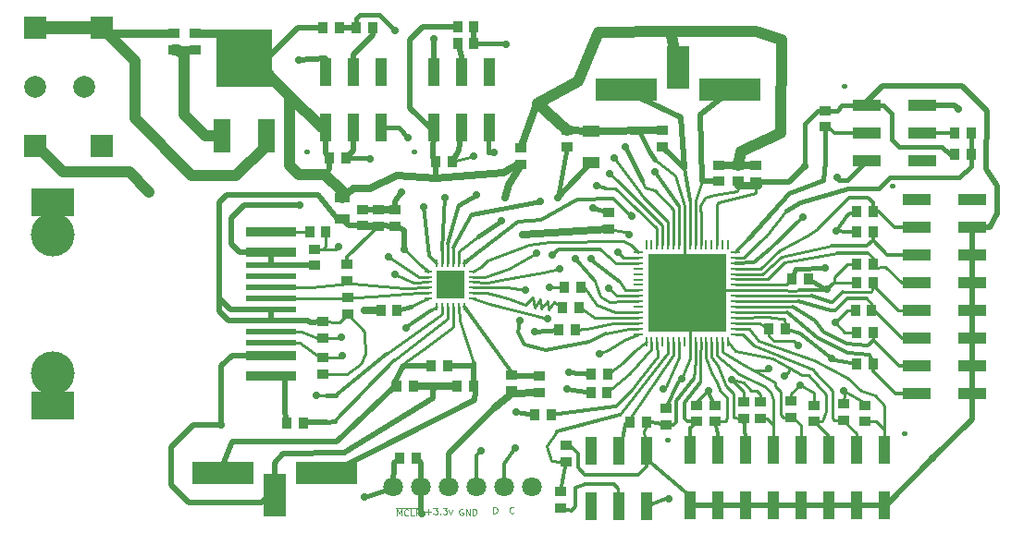
<source format=gtl>
G04 (created by PCBNEW (2013-08-24 BZR 4298)-stable) date Sun 04 May 2014 09:36:58 AM PDT*
%MOIN*%
G04 Gerber Fmt 3.4, Leading zero omitted, Abs format*
%FSLAX34Y34*%
G01*
G70*
G90*
G04 APERTURE LIST*
%ADD10C,0.005906*%
%ADD11C,0.003937*%
%ADD12R,0.035400X0.039400*%
%ADD13R,0.039400X0.035400*%
%ADD14R,0.039000X0.100000*%
%ADD15R,0.100000X0.039000*%
%ADD16R,0.009843X0.033465*%
%ADD17R,0.033465X0.009843*%
%ADD18R,0.281496X0.281496*%
%ADD19C,0.070866*%
%ADD20C,0.078700*%
%ADD21R,0.078700X0.078700*%
%ADD22R,0.181102X0.031890*%
%ADD23R,0.181102X0.024016*%
%ADD24C,0.157480*%
%ADD25R,0.153543X0.098425*%
%ADD26R,0.220472X0.082677*%
%ADD27R,0.082677X0.157480*%
%ADD28R,0.098400X0.098400*%
%ADD29O,0.009800X0.031500*%
%ADD30O,0.031500X0.009800*%
%ADD31C,0.023622*%
%ADD32R,0.059100X0.039400*%
%ADD33R,0.061000X0.039400*%
%ADD34R,0.055000X0.035000*%
%ADD35R,0.060000X0.120000*%
%ADD36R,0.200000X0.210000*%
%ADD37C,0.027559*%
%ADD38C,0.015748*%
%ADD39C,0.019685*%
%ADD40C,0.009843*%
%ADD41C,0.011811*%
%ADD42C,0.039370*%
%ADD43C,0.031496*%
%ADD44C,0.027559*%
%ADD45C,0.047244*%
G04 APERTURE END LIST*
G54D10*
G54D11*
X51549Y-43449D02*
X51549Y-43213D01*
X51605Y-43213D01*
X51639Y-43224D01*
X51661Y-43246D01*
X51673Y-43269D01*
X51684Y-43314D01*
X51684Y-43348D01*
X51673Y-43393D01*
X51661Y-43415D01*
X51639Y-43438D01*
X51605Y-43449D01*
X51549Y-43449D01*
X52280Y-43426D02*
X52269Y-43438D01*
X52235Y-43449D01*
X52213Y-43449D01*
X52179Y-43438D01*
X52156Y-43415D01*
X52145Y-43393D01*
X52134Y-43348D01*
X52134Y-43314D01*
X52145Y-43269D01*
X52156Y-43246D01*
X52179Y-43224D01*
X52213Y-43213D01*
X52235Y-43213D01*
X52269Y-43224D01*
X52280Y-43235D01*
X50442Y-43295D02*
X50419Y-43284D01*
X50385Y-43284D01*
X50352Y-43295D01*
X50329Y-43317D01*
X50318Y-43340D01*
X50307Y-43385D01*
X50307Y-43419D01*
X50318Y-43464D01*
X50329Y-43486D01*
X50352Y-43508D01*
X50385Y-43520D01*
X50408Y-43520D01*
X50442Y-43508D01*
X50453Y-43497D01*
X50453Y-43419D01*
X50408Y-43419D01*
X50554Y-43520D02*
X50554Y-43284D01*
X50689Y-43520D01*
X50689Y-43284D01*
X50802Y-43520D02*
X50802Y-43284D01*
X50858Y-43284D01*
X50892Y-43295D01*
X50914Y-43317D01*
X50925Y-43340D01*
X50937Y-43385D01*
X50937Y-43419D01*
X50925Y-43464D01*
X50914Y-43486D01*
X50892Y-43508D01*
X50858Y-43520D01*
X50802Y-43520D01*
X49113Y-43398D02*
X49293Y-43398D01*
X49203Y-43488D02*
X49203Y-43308D01*
X49383Y-43252D02*
X49529Y-43252D01*
X49451Y-43342D01*
X49484Y-43342D01*
X49507Y-43353D01*
X49518Y-43365D01*
X49529Y-43387D01*
X49529Y-43443D01*
X49518Y-43466D01*
X49507Y-43477D01*
X49484Y-43488D01*
X49417Y-43488D01*
X49394Y-43477D01*
X49383Y-43466D01*
X49631Y-43466D02*
X49642Y-43477D01*
X49631Y-43488D01*
X49619Y-43477D01*
X49631Y-43466D01*
X49631Y-43488D01*
X49721Y-43252D02*
X49867Y-43252D01*
X49788Y-43342D01*
X49822Y-43342D01*
X49844Y-43353D01*
X49856Y-43365D01*
X49867Y-43387D01*
X49867Y-43443D01*
X49856Y-43466D01*
X49844Y-43477D01*
X49822Y-43488D01*
X49754Y-43488D01*
X49732Y-43477D01*
X49721Y-43466D01*
X49946Y-43331D02*
X50002Y-43488D01*
X50058Y-43331D01*
X48077Y-43543D02*
X48077Y-43307D01*
X48156Y-43476D01*
X48235Y-43307D01*
X48235Y-43543D01*
X48482Y-43521D02*
X48471Y-43532D01*
X48437Y-43543D01*
X48415Y-43543D01*
X48381Y-43532D01*
X48358Y-43510D01*
X48347Y-43487D01*
X48336Y-43442D01*
X48336Y-43408D01*
X48347Y-43363D01*
X48358Y-43341D01*
X48381Y-43318D01*
X48415Y-43307D01*
X48437Y-43307D01*
X48471Y-43318D01*
X48482Y-43330D01*
X48696Y-43543D02*
X48583Y-43543D01*
X48583Y-43307D01*
X48910Y-43543D02*
X48831Y-43431D01*
X48775Y-43543D02*
X48775Y-43307D01*
X48865Y-43307D01*
X48887Y-43318D01*
X48898Y-43330D01*
X48910Y-43352D01*
X48910Y-43386D01*
X48898Y-43408D01*
X48887Y-43420D01*
X48865Y-43431D01*
X48775Y-43431D01*
X48021Y-43266D02*
X48955Y-43266D01*
G54D12*
X50847Y-25905D03*
X50255Y-25905D03*
X46004Y-25944D03*
X45412Y-25944D03*
G54D13*
X54173Y-41595D03*
X54173Y-41003D03*
G54D12*
X68760Y-30511D03*
X68168Y-30511D03*
X50847Y-26496D03*
X50255Y-26496D03*
X46593Y-25944D03*
X47185Y-25944D03*
G54D13*
X53976Y-42656D03*
X53976Y-43248D03*
G54D12*
X68760Y-29724D03*
X68168Y-29724D03*
X50059Y-30748D03*
X49467Y-30748D03*
X46240Y-30629D03*
X45648Y-30629D03*
X56475Y-40157D03*
X57067Y-40157D03*
G54D13*
X63503Y-29508D03*
X63503Y-28916D03*
X58858Y-39546D03*
X58858Y-40138D03*
G54D12*
X64625Y-38070D03*
X65217Y-38070D03*
G54D13*
X59527Y-39546D03*
X59527Y-40138D03*
G54D12*
X64625Y-36929D03*
X65217Y-36929D03*
G54D13*
X60551Y-39428D03*
X60551Y-40020D03*
G54D12*
X64585Y-36141D03*
X65177Y-36141D03*
G54D13*
X61181Y-39428D03*
X61181Y-40020D03*
G54D12*
X64625Y-35118D03*
X65217Y-35118D03*
G54D13*
X62283Y-39389D03*
X62283Y-39981D03*
G54D12*
X64625Y-34448D03*
X65217Y-34448D03*
G54D14*
X49393Y-29543D03*
X50393Y-29543D03*
X51393Y-29543D03*
X51393Y-27543D03*
X50393Y-27543D03*
X49393Y-27543D03*
X45496Y-29543D03*
X46496Y-29543D03*
X47496Y-29543D03*
X47496Y-27543D03*
X46496Y-27543D03*
X45496Y-27543D03*
X57062Y-41204D03*
X56062Y-41204D03*
X55062Y-41204D03*
X55062Y-43204D03*
X56062Y-43204D03*
X57062Y-43204D03*
G54D15*
X64984Y-28724D03*
X64984Y-29724D03*
X64984Y-30724D03*
X66984Y-30724D03*
X66984Y-29724D03*
X66984Y-28724D03*
G54D14*
X59625Y-43165D03*
X58625Y-41165D03*
X58625Y-43165D03*
X60625Y-43165D03*
X59625Y-41165D03*
X60625Y-41165D03*
X61625Y-41165D03*
X65625Y-41165D03*
X64625Y-41165D03*
X63625Y-41165D03*
X62625Y-41165D03*
X61625Y-43165D03*
X62625Y-43165D03*
X63625Y-43165D03*
X64625Y-43165D03*
X65625Y-43165D03*
G54D13*
X63110Y-39546D03*
X63110Y-40138D03*
G54D16*
X59807Y-37259D03*
X60003Y-37259D03*
X58625Y-37259D03*
X58822Y-37259D03*
X59216Y-37259D03*
X59019Y-37259D03*
X59610Y-37259D03*
X59413Y-37259D03*
X57838Y-37259D03*
X58035Y-37259D03*
X58429Y-37259D03*
X58232Y-37259D03*
X57444Y-37259D03*
X57641Y-37259D03*
X57248Y-37259D03*
X57051Y-37259D03*
G54D17*
X56775Y-36984D03*
X56775Y-36787D03*
X56775Y-36393D03*
X56775Y-36590D03*
X56775Y-35803D03*
X56775Y-35606D03*
X56775Y-36000D03*
X56775Y-36196D03*
X56775Y-34622D03*
X56775Y-34425D03*
X56775Y-35015D03*
X56775Y-34818D03*
X56775Y-35212D03*
X56775Y-35409D03*
X56775Y-34031D03*
X56775Y-34228D03*
G54D16*
X57051Y-33755D03*
X57248Y-33755D03*
X57641Y-33755D03*
X57444Y-33755D03*
X58232Y-33755D03*
X58429Y-33755D03*
X58035Y-33755D03*
X57838Y-33755D03*
X59413Y-33755D03*
X59610Y-33755D03*
X59019Y-33755D03*
X59216Y-33755D03*
X58822Y-33755D03*
X58625Y-33755D03*
X60003Y-33755D03*
X59807Y-33755D03*
G54D17*
X60279Y-34228D03*
X60279Y-34031D03*
X60279Y-35409D03*
X60279Y-35212D03*
X60279Y-34818D03*
X60279Y-35007D03*
X60279Y-34425D03*
X60279Y-34622D03*
X60279Y-36196D03*
X60279Y-36000D03*
X60279Y-35606D03*
X60279Y-35803D03*
X60279Y-36590D03*
X60279Y-36393D03*
X60279Y-36787D03*
X60279Y-36984D03*
G54D18*
X58527Y-35507D03*
G54D12*
X64625Y-33307D03*
X65217Y-33307D03*
G54D13*
X64173Y-39507D03*
X64173Y-40099D03*
G54D12*
X64625Y-32559D03*
X65217Y-32559D03*
G54D13*
X64921Y-39546D03*
X64921Y-40138D03*
G54D19*
X51925Y-42480D03*
X52925Y-42480D03*
X47933Y-42480D03*
X48933Y-42480D03*
X50929Y-42480D03*
X49929Y-42480D03*
G54D20*
X36811Y-28070D03*
G54D21*
X35039Y-25940D03*
X37441Y-25940D03*
X35039Y-30202D03*
X37441Y-30202D03*
G54D20*
X35039Y-28070D03*
G54D13*
X52519Y-30255D03*
X52519Y-30847D03*
X46850Y-32483D03*
X46850Y-33075D03*
X52216Y-39040D03*
X52216Y-38448D03*
G54D22*
X43523Y-33291D03*
X43523Y-34015D03*
G54D23*
X43523Y-34488D03*
X43523Y-34889D03*
X43523Y-35692D03*
X43523Y-37291D03*
X43523Y-36488D03*
G54D22*
X43523Y-38488D03*
X43523Y-37763D03*
G54D23*
X43523Y-36090D03*
X43523Y-36889D03*
G54D24*
X35681Y-38389D03*
X35681Y-33389D03*
G54D23*
X43523Y-35291D03*
G54D25*
X35681Y-32228D03*
X35681Y-39551D03*
G54D26*
X45531Y-42007D03*
X41791Y-42007D03*
G54D27*
X43661Y-42795D03*
G54D26*
X56318Y-28149D03*
X60059Y-28149D03*
G54D27*
X58188Y-27362D03*
G54D28*
X50003Y-35208D03*
G54D29*
X49511Y-35995D03*
X49708Y-35995D03*
X49905Y-35995D03*
X50101Y-35995D03*
X50298Y-35995D03*
X50495Y-35995D03*
G54D30*
X50790Y-35700D03*
X50790Y-35503D03*
X50790Y-35306D03*
X50790Y-35110D03*
X50790Y-34913D03*
X50790Y-34716D03*
G54D29*
X50495Y-34421D03*
X50298Y-34421D03*
X50101Y-34421D03*
X49905Y-34421D03*
X49708Y-34421D03*
X49511Y-34421D03*
G54D30*
X49216Y-34716D03*
X49216Y-34913D03*
X49216Y-35110D03*
X49216Y-35306D03*
X49216Y-35503D03*
X49216Y-35700D03*
G54D31*
X50003Y-35208D03*
X49703Y-34908D03*
X49703Y-35508D03*
X50303Y-34908D03*
X50303Y-35508D03*
G54D12*
X47491Y-36114D03*
X48083Y-36114D03*
G54D32*
X55072Y-30812D03*
G54D33*
X55076Y-29660D03*
G54D34*
X46094Y-32077D03*
X46094Y-32827D03*
G54D35*
X41759Y-29828D03*
X43359Y-29828D03*
G54D36*
X42559Y-27028D03*
G54D13*
X53188Y-39095D03*
X53188Y-38503D03*
G54D12*
X50827Y-38870D03*
X50235Y-38870D03*
X48070Y-38877D03*
X48662Y-38877D03*
G54D13*
X47996Y-32511D03*
X47996Y-33103D03*
X47409Y-32491D03*
X47409Y-33083D03*
X40039Y-26713D03*
X40039Y-26121D03*
X57755Y-39664D03*
X57755Y-40256D03*
X40787Y-26713D03*
X40787Y-26121D03*
G54D12*
X62067Y-36811D03*
X61475Y-36811D03*
G54D13*
X55704Y-32589D03*
X55704Y-33181D03*
G54D12*
X62894Y-35000D03*
X62302Y-35000D03*
G54D13*
X54212Y-29625D03*
X54212Y-30217D03*
X60996Y-30896D03*
X60996Y-31488D03*
X57637Y-29625D03*
X57637Y-30217D03*
X59665Y-30885D03*
X59665Y-31477D03*
X60374Y-30881D03*
X60374Y-31473D03*
G54D12*
X55666Y-38421D03*
X55074Y-38421D03*
X55650Y-39094D03*
X55058Y-39094D03*
X53642Y-39881D03*
X53050Y-39881D03*
X49310Y-38129D03*
X49902Y-38129D03*
X54685Y-35295D03*
X54093Y-35295D03*
X54626Y-36043D03*
X54034Y-36043D03*
X54492Y-36822D03*
X53900Y-36822D03*
G54D13*
X46283Y-35051D03*
X46283Y-34459D03*
X46291Y-35664D03*
X46291Y-36256D03*
X45385Y-37134D03*
X45385Y-36542D03*
X45405Y-37822D03*
X45405Y-38414D03*
G54D12*
X44693Y-40208D03*
X44101Y-40208D03*
X48168Y-41456D03*
X48760Y-41456D03*
X45516Y-33295D03*
X44924Y-33295D03*
G54D13*
X45106Y-34512D03*
X45106Y-33920D03*
G54D15*
X68795Y-38129D03*
X66795Y-39129D03*
X68795Y-39129D03*
X68795Y-37129D03*
X66795Y-38129D03*
X66795Y-37129D03*
X66795Y-36129D03*
X66795Y-32129D03*
X66795Y-33129D03*
X66795Y-34129D03*
X66795Y-35129D03*
X68795Y-36129D03*
X68795Y-35129D03*
X68795Y-34129D03*
X68795Y-33129D03*
X68795Y-32129D03*
G54D37*
X48976Y-43464D03*
X67381Y-41476D03*
X62519Y-37401D03*
X63502Y-34606D03*
X62755Y-30944D03*
X56417Y-33385D03*
X55712Y-35322D03*
X51968Y-32047D03*
X52598Y-33385D03*
X52685Y-35388D03*
X48334Y-33925D03*
X48389Y-36771D03*
X56535Y-32716D03*
X62716Y-32755D03*
X52503Y-36488D03*
X51822Y-32897D03*
X53937Y-34645D03*
X55381Y-37688D03*
X57874Y-42913D03*
X49409Y-26338D03*
X68307Y-28858D03*
X63897Y-33267D03*
X63858Y-36574D03*
X63740Y-37874D03*
X64173Y-39015D03*
X60118Y-38622D03*
X59291Y-39015D03*
X58346Y-38582D03*
X62598Y-38818D03*
X44527Y-27086D03*
X40393Y-29055D03*
X39133Y-31850D03*
X51614Y-39645D03*
X41744Y-40248D03*
X48228Y-31850D03*
X44574Y-32338D03*
X53149Y-28661D03*
X46889Y-36141D03*
X63582Y-35354D03*
X55118Y-32440D03*
X52322Y-41102D03*
X61456Y-38228D03*
X51102Y-41181D03*
X62047Y-38503D03*
X55275Y-31614D03*
X48464Y-29881D03*
X63937Y-31338D03*
X57362Y-31141D03*
X55748Y-31181D03*
X51574Y-30433D03*
X53031Y-36889D03*
X53110Y-34055D03*
X52362Y-39803D03*
X49035Y-32397D03*
X54200Y-38976D03*
X49814Y-32047D03*
X54275Y-38354D03*
X50944Y-31968D03*
X45960Y-33818D03*
X45165Y-39188D03*
X53484Y-36421D03*
X53562Y-35295D03*
X53858Y-32047D03*
X55078Y-34263D03*
X55905Y-30629D03*
X50826Y-30551D03*
X53661Y-34133D03*
X47086Y-30669D03*
X52007Y-26535D03*
X56299Y-30236D03*
X47992Y-26023D03*
X56023Y-34015D03*
X47783Y-34196D03*
X46074Y-37110D03*
X47984Y-34826D03*
X46114Y-37771D03*
X53228Y-32204D03*
X54507Y-34271D03*
X46889Y-42874D03*
X57677Y-38976D03*
G54D38*
X44842Y-30393D02*
X44803Y-30393D01*
X48700Y-30393D02*
X48661Y-30393D01*
X57834Y-40787D02*
X57795Y-40787D01*
X66377Y-40551D02*
X66338Y-40551D01*
X65944Y-31614D02*
X65905Y-31614D01*
X64173Y-28031D02*
X64212Y-28031D01*
G54D39*
X49393Y-29543D02*
X49267Y-29543D01*
X49015Y-25905D02*
X50255Y-25905D01*
X48543Y-26377D02*
X49015Y-25905D01*
X48543Y-28818D02*
X48543Y-26377D01*
X49267Y-29543D02*
X48543Y-28818D01*
X49393Y-29543D02*
X49354Y-30634D01*
X49354Y-30634D02*
X49467Y-30748D01*
X45412Y-25944D02*
X44488Y-25944D01*
X43404Y-27028D02*
X42559Y-27028D01*
X44488Y-25944D02*
X43404Y-27028D01*
X64984Y-28724D02*
X64984Y-28598D01*
X69429Y-33129D02*
X68795Y-33129D01*
X69685Y-32637D02*
X69429Y-33129D01*
X69685Y-31614D02*
X69685Y-32637D01*
X69309Y-31022D02*
X69685Y-31614D01*
X69330Y-28937D02*
X69309Y-31022D01*
X68425Y-28031D02*
X69330Y-28937D01*
X65551Y-28031D02*
X68425Y-28031D01*
X64984Y-28598D02*
X65551Y-28031D01*
X48933Y-42480D02*
X48933Y-43421D01*
X48933Y-43421D02*
X48976Y-43464D01*
G54D40*
X61475Y-36811D02*
X61475Y-37066D01*
X62519Y-37401D02*
X62362Y-37244D01*
X62362Y-37244D02*
X61653Y-37244D01*
X61653Y-37244D02*
X61475Y-37066D01*
G54D39*
X68795Y-34129D02*
X68795Y-33129D01*
X68795Y-35129D02*
X68795Y-34129D01*
X68795Y-36129D02*
X68795Y-35129D01*
X68795Y-37129D02*
X68795Y-36129D01*
X68795Y-38129D02*
X68795Y-37129D01*
X68795Y-39129D02*
X68795Y-38129D01*
X65625Y-43165D02*
X65692Y-43165D01*
X65692Y-43165D02*
X67381Y-41476D01*
X68795Y-40062D02*
X68795Y-39129D01*
X67381Y-41476D02*
X68795Y-40062D01*
G54D38*
X63503Y-28916D02*
X63248Y-28916D01*
X62755Y-29409D02*
X62755Y-30944D01*
X63248Y-28916D02*
X62755Y-29409D01*
G54D40*
X68168Y-30511D02*
X67992Y-30511D01*
G54D38*
X65614Y-28724D02*
X64984Y-28724D01*
X65905Y-29015D02*
X65614Y-28724D01*
X65905Y-29960D02*
X65905Y-29015D01*
X66181Y-30236D02*
X65905Y-29960D01*
X67716Y-30236D02*
X66181Y-30236D01*
X67992Y-30511D02*
X67716Y-30236D01*
X63503Y-28916D02*
X63918Y-28916D01*
X64110Y-28724D02*
X64984Y-28724D01*
X63918Y-28916D02*
X64110Y-28724D01*
G54D40*
X60279Y-35212D02*
X62089Y-35212D01*
X62089Y-35212D02*
X62302Y-35000D01*
G54D39*
X49467Y-30748D02*
X49476Y-31358D01*
X45648Y-30629D02*
X45648Y-31044D01*
X45648Y-31044D02*
X45472Y-31220D01*
X45496Y-29543D02*
X45496Y-30477D01*
X45496Y-30477D02*
X45648Y-30629D01*
X64625Y-43165D02*
X65625Y-43165D01*
X63625Y-43165D02*
X64625Y-43165D01*
X62625Y-43165D02*
X63625Y-43165D01*
X61625Y-43165D02*
X62625Y-43165D01*
X60625Y-43165D02*
X61625Y-43165D01*
X59625Y-43165D02*
X60625Y-43165D01*
X58625Y-43165D02*
X59625Y-43165D01*
G54D40*
X58818Y-37913D02*
X58779Y-38582D01*
X58822Y-37259D02*
X58818Y-37913D01*
G54D41*
X58050Y-40256D02*
X57755Y-40256D01*
X58149Y-40157D02*
X58050Y-40256D01*
X58149Y-39409D02*
X58149Y-40157D01*
X58779Y-38582D02*
X58149Y-39409D01*
G54D40*
X57067Y-40157D02*
X57244Y-40157D01*
G54D41*
X57440Y-40196D02*
X57755Y-40256D01*
X57244Y-40157D02*
X57440Y-40196D01*
G54D40*
X54173Y-41003D02*
X54310Y-41003D01*
G54D41*
X54310Y-41003D02*
X54606Y-41299D01*
G54D40*
X58625Y-43165D02*
X58625Y-42838D01*
G54D41*
X58625Y-42838D02*
X57062Y-41511D01*
G54D40*
X57067Y-40157D02*
X57125Y-40157D01*
X57125Y-40157D02*
X56968Y-40511D01*
G54D42*
X45496Y-29543D02*
X45370Y-29543D01*
X45370Y-29543D02*
X44212Y-28385D01*
X42559Y-27028D02*
X42855Y-27028D01*
X46094Y-31842D02*
X46094Y-32077D01*
X45472Y-31220D02*
X46094Y-31842D01*
X44527Y-31220D02*
X45472Y-31220D01*
X44212Y-28385D02*
X44212Y-30905D01*
X44212Y-30905D02*
X44527Y-31220D01*
X42855Y-27028D02*
X44212Y-28385D01*
G54D43*
X40787Y-26121D02*
X41652Y-26121D01*
X41652Y-26121D02*
X42559Y-27028D01*
G54D39*
X62211Y-31488D02*
X60996Y-31488D01*
X62755Y-30944D02*
X62211Y-31488D01*
X48933Y-42480D02*
X48933Y-41629D01*
X48933Y-41629D02*
X48760Y-41456D01*
G54D38*
X62302Y-35000D02*
X62440Y-34645D01*
X62440Y-34645D02*
X63502Y-34606D01*
X63502Y-34606D02*
X63503Y-34606D01*
G54D40*
X56775Y-35606D02*
X55996Y-35606D01*
X56483Y-33319D02*
X55704Y-33181D01*
X56417Y-33385D02*
X56483Y-33319D01*
X55996Y-35606D02*
X55712Y-35322D01*
X60279Y-36590D02*
X61118Y-36586D01*
X61118Y-36586D02*
X61460Y-36811D01*
X61460Y-36811D02*
X61475Y-36811D01*
X59610Y-33755D02*
X59610Y-32292D01*
X59610Y-32292D02*
X59611Y-32291D01*
X59019Y-33755D02*
X59019Y-32762D01*
G54D44*
X47085Y-31730D02*
X46511Y-31723D01*
X52484Y-30841D02*
X52519Y-30881D01*
X49457Y-31359D02*
X49476Y-31358D01*
X49476Y-31358D02*
X51894Y-31153D01*
X51894Y-31153D02*
X52484Y-30841D01*
X48070Y-31259D02*
X49457Y-31359D01*
X52519Y-30881D02*
X52094Y-31598D01*
X52094Y-31598D02*
X51968Y-32047D01*
X46511Y-31723D02*
X46094Y-32077D01*
X48070Y-31259D02*
X47085Y-31730D01*
X60996Y-31488D02*
X61098Y-31614D01*
X60381Y-31633D02*
X60374Y-31473D01*
X61098Y-31614D02*
X60543Y-31614D01*
X60543Y-31614D02*
X60381Y-31633D01*
G54D40*
X60996Y-31488D02*
X60990Y-31897D01*
X60990Y-31897D02*
X59657Y-32236D01*
X59657Y-32236D02*
X59611Y-32291D01*
X59611Y-32291D02*
X59611Y-32822D01*
G54D44*
X52598Y-33385D02*
X55704Y-33181D01*
G54D40*
X60374Y-31473D02*
X60421Y-31574D01*
X59015Y-32370D02*
X59169Y-32051D01*
X59169Y-32051D02*
X59492Y-31960D01*
X59020Y-32849D02*
X59019Y-32762D01*
X59019Y-32762D02*
X59015Y-32370D01*
X60421Y-31574D02*
X60326Y-31830D01*
X60326Y-31830D02*
X59492Y-31960D01*
X50790Y-35306D02*
X52031Y-35303D01*
X52031Y-35303D02*
X52685Y-35388D01*
X52598Y-33385D02*
X52531Y-33318D01*
G54D41*
X54842Y-42047D02*
X56771Y-42047D01*
X54606Y-41811D02*
X54842Y-42047D01*
X54606Y-41299D02*
X54606Y-41811D01*
X57062Y-41755D02*
X57062Y-41204D01*
X56771Y-42047D02*
X57062Y-41755D01*
G54D40*
X57062Y-41511D02*
X57062Y-41204D01*
X56968Y-40511D02*
X57062Y-41204D01*
G54D42*
X43359Y-29828D02*
X43359Y-30184D01*
X38622Y-27121D02*
X37441Y-25940D01*
X38622Y-29212D02*
X38622Y-27121D01*
X40669Y-31259D02*
X38622Y-29212D01*
X42283Y-31259D02*
X40669Y-31259D01*
X43359Y-30184D02*
X42283Y-31259D01*
G54D45*
X37441Y-25940D02*
X35039Y-25940D01*
G54D43*
X40039Y-26121D02*
X37621Y-26121D01*
X37621Y-26121D02*
X37441Y-25940D01*
G54D39*
X46850Y-33075D02*
X46342Y-33075D01*
X46342Y-33075D02*
X46094Y-32827D01*
X46094Y-32827D02*
X45894Y-32788D01*
X41657Y-32232D02*
X41657Y-35582D01*
X41940Y-31948D02*
X41657Y-32232D01*
X45232Y-31948D02*
X41940Y-31948D01*
X45894Y-32788D02*
X45232Y-31948D01*
X48334Y-33925D02*
X48334Y-33236D01*
X48334Y-33236D02*
X47996Y-33103D01*
X41657Y-36153D02*
X41657Y-35582D01*
X41657Y-35685D02*
X41657Y-35582D01*
G54D40*
X46916Y-36948D02*
X46916Y-36881D01*
X46255Y-38417D02*
X46771Y-38070D01*
X45405Y-38414D02*
X46255Y-38417D01*
X46916Y-36881D02*
X46291Y-36256D01*
X46771Y-38070D02*
X46943Y-37689D01*
X46943Y-37689D02*
X46916Y-36948D01*
G54D39*
X43523Y-36090D02*
X43523Y-36488D01*
X43523Y-36488D02*
X41992Y-36488D01*
X41992Y-36488D02*
X41657Y-36153D01*
X43523Y-36090D02*
X42062Y-36090D01*
X42062Y-36090D02*
X41657Y-35685D01*
G54D41*
X47409Y-33083D02*
X47086Y-33405D01*
X46283Y-34208D02*
X46283Y-34459D01*
X47086Y-33405D02*
X46283Y-34208D01*
G54D39*
X45385Y-36542D02*
X44936Y-36550D01*
X44874Y-36488D02*
X43523Y-36488D01*
X44936Y-36550D02*
X44874Y-36488D01*
G54D40*
X45385Y-36542D02*
X45997Y-36550D01*
X45997Y-36550D02*
X46291Y-36256D01*
G54D44*
X46862Y-33086D02*
X47409Y-33083D01*
G54D39*
X47409Y-33083D02*
X47437Y-33055D01*
X47437Y-33055D02*
X47996Y-33103D01*
G54D40*
X49216Y-34716D02*
X49085Y-34620D01*
X49085Y-34620D02*
X48985Y-34547D01*
G54D38*
X48365Y-36756D02*
X48365Y-36753D01*
G54D41*
X49299Y-36121D02*
X48365Y-36753D01*
G54D40*
X49511Y-35995D02*
X49299Y-36121D01*
G54D38*
X48389Y-36771D02*
X48365Y-36756D01*
G54D40*
X48985Y-34547D02*
X48334Y-33925D01*
X56775Y-36590D02*
X55866Y-36593D01*
X54905Y-36795D02*
X54492Y-36822D01*
X55866Y-36593D02*
X54905Y-36795D01*
G54D41*
X60944Y-34409D02*
X61535Y-33897D01*
X56511Y-32638D02*
X56511Y-32638D01*
X56535Y-32716D02*
X56511Y-32638D01*
X50495Y-34421D02*
X50704Y-34260D01*
X50704Y-34260D02*
X52421Y-32933D01*
X52421Y-32933D02*
X53251Y-32858D01*
X56429Y-32649D02*
X56511Y-32638D01*
X53251Y-32858D02*
X54566Y-32118D01*
X54566Y-32118D02*
X55866Y-32086D01*
X55866Y-32086D02*
X56429Y-32649D01*
X60944Y-34409D02*
X60279Y-34425D01*
X61535Y-33897D02*
X62716Y-32755D01*
G54D40*
X56236Y-33633D02*
X56491Y-33747D01*
X51110Y-34560D02*
X51333Y-34321D01*
X51333Y-34321D02*
X52844Y-33765D01*
X52844Y-33765D02*
X53578Y-33648D01*
X53578Y-33648D02*
X56236Y-33633D01*
X50790Y-34716D02*
X51110Y-34560D01*
X56491Y-33747D02*
X56775Y-34031D01*
X56775Y-36787D02*
X56433Y-36787D01*
X56433Y-36787D02*
X55604Y-36962D01*
G54D41*
X55604Y-36962D02*
X55011Y-37248D01*
X55011Y-37248D02*
X53417Y-37562D01*
X53417Y-37562D02*
X52661Y-37374D01*
X52661Y-37374D02*
X52429Y-36944D01*
X52429Y-36944D02*
X52503Y-36488D01*
G54D38*
X51822Y-32897D02*
X50984Y-33448D01*
G54D40*
X50303Y-34000D02*
X50298Y-34421D01*
X50303Y-34000D02*
X50984Y-33448D01*
X55192Y-36393D02*
X56775Y-36393D01*
X55192Y-36393D02*
X54763Y-36106D01*
X54626Y-36043D02*
X54763Y-36106D01*
X56775Y-36196D02*
X55933Y-36196D01*
X55925Y-36204D02*
X55265Y-35924D01*
X54807Y-35248D02*
X54685Y-35295D01*
X55265Y-35924D02*
X54807Y-35248D01*
X55933Y-36196D02*
X55925Y-36204D01*
X56775Y-36984D02*
X56271Y-37204D01*
X56271Y-37204D02*
X55724Y-37519D01*
X55381Y-37688D02*
X55731Y-37525D01*
X55724Y-37519D02*
X55731Y-37525D01*
X50790Y-35110D02*
X51346Y-35122D01*
X51346Y-35122D02*
X51830Y-35023D01*
X51830Y-35023D02*
X53338Y-34755D01*
X53338Y-34755D02*
X53937Y-34645D01*
X53937Y-34645D02*
X53944Y-34639D01*
X57248Y-37535D02*
X57244Y-37263D01*
X56755Y-38055D02*
X56421Y-38433D01*
X55650Y-39094D02*
X56421Y-38433D01*
X57248Y-37535D02*
X56755Y-38055D01*
X57244Y-37263D02*
X57248Y-37259D01*
X57452Y-37787D02*
X57441Y-37263D01*
X57441Y-37263D02*
X57444Y-37259D01*
X57452Y-37771D02*
X57452Y-37787D01*
X57452Y-37787D02*
X56830Y-38598D01*
X56830Y-38598D02*
X56543Y-38988D01*
X56543Y-38988D02*
X55944Y-39610D01*
G54D41*
X55944Y-39610D02*
X53642Y-39881D01*
G54D40*
X57051Y-37259D02*
X56622Y-37610D01*
X56622Y-37610D02*
X56196Y-38027D01*
X56196Y-38027D02*
X55666Y-38421D01*
G54D41*
X57062Y-43204D02*
X57850Y-42889D01*
G54D40*
X57850Y-42889D02*
X57874Y-42913D01*
G54D39*
X49393Y-27543D02*
X49393Y-26354D01*
X49393Y-26354D02*
X49409Y-26338D01*
X66984Y-28724D02*
X68173Y-28724D01*
X68173Y-28724D02*
X68307Y-28858D01*
G54D41*
X64625Y-32559D02*
X64344Y-32671D01*
X64330Y-33307D02*
X63897Y-33267D01*
X64330Y-33307D02*
X64625Y-33307D01*
X64344Y-32671D02*
X63897Y-33267D01*
G54D40*
X64625Y-34448D02*
X64291Y-34448D01*
X63818Y-34921D02*
X63818Y-35118D01*
X64291Y-34448D02*
X63818Y-34921D01*
X64625Y-35118D02*
X63818Y-35118D01*
G54D41*
X63818Y-35118D02*
X63582Y-35354D01*
G54D40*
X64585Y-36141D02*
X64291Y-36141D01*
X64212Y-36929D02*
X63858Y-36574D01*
X64212Y-36929D02*
X64625Y-36929D01*
X64291Y-36141D02*
X63858Y-36574D01*
G54D41*
X64625Y-38070D02*
X63681Y-37880D01*
G54D40*
X63681Y-37880D02*
X63740Y-37874D01*
G54D41*
X62067Y-36811D02*
X62598Y-36968D01*
X62598Y-36968D02*
X63740Y-37874D01*
G54D40*
X64173Y-39507D02*
X64212Y-39055D01*
X64921Y-39448D02*
X64173Y-39015D01*
X64921Y-39448D02*
X64921Y-39546D01*
X64212Y-39055D02*
X64173Y-39015D01*
X62283Y-39389D02*
X62283Y-39133D01*
X62283Y-39133D02*
X62598Y-38818D01*
X60118Y-38622D02*
X60551Y-38740D01*
X60551Y-39055D02*
X60118Y-38622D01*
X60551Y-39428D02*
X60551Y-39055D01*
X61181Y-39173D02*
X61181Y-39428D01*
X61023Y-39015D02*
X61181Y-39173D01*
X60826Y-39015D02*
X61023Y-39015D01*
X60551Y-38740D02*
X60826Y-39015D01*
X59291Y-39015D02*
X59291Y-39113D01*
G54D41*
X58858Y-39448D02*
X59291Y-39015D01*
G54D40*
X58858Y-39546D02*
X58858Y-39448D01*
G54D41*
X59291Y-39113D02*
X59527Y-39546D01*
X57755Y-39664D02*
X58188Y-38740D01*
X58188Y-38740D02*
X58346Y-38582D01*
G54D40*
X63110Y-39546D02*
X63110Y-39094D01*
X63110Y-39094D02*
X62598Y-38818D01*
G54D39*
X45496Y-27543D02*
X45496Y-27031D01*
X45496Y-27031D02*
X44527Y-27086D01*
G54D42*
X40393Y-29055D02*
X40393Y-26929D01*
X41166Y-29828D02*
X40393Y-29055D01*
X41759Y-29828D02*
X41166Y-29828D01*
X40177Y-26713D02*
X40039Y-26713D01*
X40393Y-26929D02*
X40177Y-26713D01*
X35039Y-30202D02*
X35084Y-30202D01*
X38425Y-31141D02*
X39133Y-31850D01*
X36023Y-31141D02*
X38425Y-31141D01*
X35084Y-30202D02*
X36023Y-31141D01*
G54D43*
X40039Y-26713D02*
X40787Y-26713D01*
G54D39*
X49929Y-42480D02*
X49921Y-41299D01*
G54D44*
X52171Y-39135D02*
X53188Y-39095D01*
X52143Y-39182D02*
X52171Y-39135D01*
X52143Y-39182D02*
X51614Y-39645D01*
G54D39*
X49921Y-41299D02*
X51614Y-39645D01*
X49371Y-39308D02*
X49371Y-39014D01*
X43661Y-41614D02*
X43976Y-41299D01*
X43976Y-41299D02*
X46171Y-41270D01*
X46171Y-41270D02*
X49371Y-39308D01*
X43661Y-42795D02*
X43661Y-41614D01*
X49371Y-39014D02*
X49507Y-38877D01*
X43661Y-42795D02*
X43464Y-42795D01*
X43464Y-42795D02*
X43188Y-43070D01*
X43188Y-43070D02*
X40551Y-43070D01*
X40551Y-43070D02*
X39921Y-42440D01*
X39921Y-42440D02*
X39921Y-41062D01*
X39921Y-41062D02*
X40736Y-40248D01*
X40736Y-40248D02*
X41744Y-40248D01*
X42125Y-37763D02*
X43523Y-37763D01*
X42125Y-37763D02*
X41744Y-38145D01*
X41744Y-38145D02*
X41744Y-40248D01*
G54D40*
X58429Y-33755D02*
X58429Y-32358D01*
X58429Y-32358D02*
X58110Y-31259D01*
X58110Y-31259D02*
X57362Y-30708D01*
X60279Y-36393D02*
X60681Y-36393D01*
X60681Y-36393D02*
X61141Y-36377D01*
X61141Y-36377D02*
X61535Y-36377D01*
X62066Y-36692D02*
X62067Y-36811D01*
X62066Y-36661D02*
X62066Y-36692D01*
X62047Y-36417D02*
X62066Y-36661D01*
X61539Y-36381D02*
X62047Y-36417D01*
X61535Y-36377D02*
X61539Y-36381D01*
X61911Y-35409D02*
X62413Y-35413D01*
X62413Y-35413D02*
X62559Y-35393D01*
X61911Y-35409D02*
X60279Y-35409D01*
G54D38*
X62894Y-35000D02*
X63582Y-35385D01*
G54D41*
X62559Y-35393D02*
X63582Y-35385D01*
G54D40*
X58626Y-37547D02*
X58622Y-37263D01*
X58622Y-37263D02*
X58625Y-37259D01*
X60279Y-35409D02*
X58625Y-35409D01*
X58625Y-35409D02*
X58527Y-35507D01*
X58625Y-37259D02*
X58625Y-35606D01*
X58625Y-35606D02*
X58527Y-35507D01*
X58429Y-33755D02*
X58429Y-35409D01*
X58429Y-35409D02*
X58527Y-35507D01*
X56850Y-29724D02*
X56062Y-29685D01*
G54D38*
X57362Y-30708D02*
X57165Y-30393D01*
X57165Y-30393D02*
X57125Y-30334D01*
X57125Y-30334D02*
X56850Y-29724D01*
G54D40*
X56062Y-29685D02*
X55076Y-29660D01*
G54D44*
X52519Y-30255D02*
X53110Y-28700D01*
G54D39*
X53110Y-28700D02*
X53149Y-28661D01*
X47409Y-32491D02*
X46858Y-32491D01*
X46858Y-32491D02*
X46850Y-32483D01*
X47996Y-32511D02*
X47996Y-32200D01*
X47996Y-32200D02*
X48228Y-31850D01*
X43523Y-34015D02*
X42389Y-34015D01*
X42389Y-34015D02*
X42106Y-33732D01*
X42106Y-33732D02*
X42106Y-32795D01*
X42106Y-32795D02*
X42562Y-32338D01*
X42562Y-32338D02*
X44574Y-32338D01*
X43523Y-34488D02*
X43523Y-34015D01*
X45106Y-34512D02*
X43547Y-34512D01*
X43547Y-34512D02*
X43523Y-34488D01*
G54D42*
X58188Y-27362D02*
X57946Y-26074D01*
X53149Y-28661D02*
X54606Y-27874D01*
X60452Y-30393D02*
X60374Y-30881D01*
X61889Y-29744D02*
X60452Y-30393D01*
X61929Y-26377D02*
X61889Y-29744D01*
X60984Y-26062D02*
X61929Y-26377D01*
X55334Y-26082D02*
X57946Y-26074D01*
X57946Y-26074D02*
X60984Y-26062D01*
X54606Y-27874D02*
X55334Y-26082D01*
X54212Y-29625D02*
X53149Y-28661D01*
G54D44*
X47491Y-36114D02*
X46889Y-36141D01*
X60996Y-30896D02*
X60374Y-30881D01*
G54D40*
X58626Y-37535D02*
X58626Y-37547D01*
X58626Y-37547D02*
X58622Y-37854D01*
X58622Y-37854D02*
X58523Y-38090D01*
X58523Y-38090D02*
X58354Y-38507D01*
X58354Y-38507D02*
X58346Y-38543D01*
X62894Y-35000D02*
X63582Y-35354D01*
G54D44*
X59665Y-30885D02*
X60374Y-30881D01*
X55076Y-29660D02*
X54212Y-29625D01*
X57637Y-29625D02*
X55076Y-29660D01*
G54D38*
X55704Y-32589D02*
X55118Y-32440D01*
G54D44*
X47996Y-32511D02*
X47596Y-32488D01*
X47596Y-32488D02*
X47409Y-32491D01*
X53188Y-39095D02*
X52216Y-39119D01*
X50235Y-38870D02*
X49584Y-38871D01*
X49584Y-38871D02*
X49507Y-38877D01*
X49507Y-38877D02*
X48662Y-38877D01*
G54D40*
X44924Y-33295D02*
X43527Y-33295D01*
X43527Y-33295D02*
X43523Y-33291D01*
X60942Y-38310D02*
X61374Y-38310D01*
G54D41*
X51925Y-41657D02*
X51925Y-42480D01*
X52322Y-41102D02*
X51925Y-41657D01*
G54D40*
X61374Y-38310D02*
X61456Y-38228D01*
X62283Y-39981D02*
X62343Y-39981D01*
X62625Y-40263D02*
X62625Y-41165D01*
X62343Y-39981D02*
X62625Y-40263D01*
X61692Y-38740D02*
X61692Y-38858D01*
X60572Y-38098D02*
X60942Y-38310D01*
X60942Y-38310D02*
X61692Y-38740D01*
X59807Y-37614D02*
X60572Y-38098D01*
X59807Y-37259D02*
X59807Y-37614D01*
X61988Y-39981D02*
X62283Y-39981D01*
X61889Y-39881D02*
X61988Y-39981D01*
X61889Y-39055D02*
X61889Y-39881D01*
X61692Y-38858D02*
X61889Y-39055D01*
X62214Y-38210D02*
X62214Y-38336D01*
G54D41*
X50929Y-41354D02*
X50929Y-42480D01*
X51102Y-41181D02*
X50929Y-41354D01*
G54D40*
X62214Y-38336D02*
X62047Y-38503D01*
X63625Y-41165D02*
X63625Y-40654D01*
X63625Y-40654D02*
X63110Y-40138D01*
X63110Y-40138D02*
X63404Y-40138D01*
X62914Y-38465D02*
X63543Y-39173D01*
X62914Y-38465D02*
X62671Y-38465D01*
X63543Y-39763D02*
X63543Y-39173D01*
X63404Y-40138D02*
X63543Y-39763D01*
X60003Y-37259D02*
X60275Y-37598D01*
X61614Y-37874D02*
X62214Y-38210D01*
X62214Y-38210D02*
X62671Y-38465D01*
X62671Y-38465D02*
X62677Y-38464D01*
X60275Y-37598D02*
X61614Y-37874D01*
G54D38*
X47496Y-29543D02*
X48125Y-29543D01*
G54D40*
X57444Y-33153D02*
X57444Y-33755D01*
X55944Y-31732D02*
X57444Y-33153D01*
X55590Y-31732D02*
X55944Y-31732D01*
G54D41*
X55275Y-31614D02*
X55590Y-31732D01*
G54D38*
X48125Y-29543D02*
X48464Y-29881D01*
G54D40*
X58232Y-33755D02*
X58228Y-32362D01*
G54D38*
X64291Y-31417D02*
X64984Y-30724D01*
X64015Y-31417D02*
X64291Y-31417D01*
G54D40*
X63937Y-31338D02*
X64015Y-31417D01*
G54D41*
X58228Y-32362D02*
X57362Y-31141D01*
G54D40*
X57641Y-33074D02*
X55984Y-31417D01*
X55984Y-31417D02*
X55748Y-31181D01*
X57641Y-33755D02*
X57641Y-33074D01*
X51377Y-29559D02*
X51393Y-29543D01*
G54D38*
X51377Y-30433D02*
X51377Y-29559D01*
X51574Y-30433D02*
X51377Y-30433D01*
G54D39*
X49902Y-38129D02*
X50826Y-38129D01*
X50826Y-38129D02*
X50826Y-38129D01*
G54D40*
X50827Y-38870D02*
X50911Y-39058D01*
X50298Y-35995D02*
X50346Y-36492D01*
X50346Y-36492D02*
X50825Y-38036D01*
G54D38*
X50825Y-38036D02*
X50826Y-38129D01*
G54D39*
X50834Y-38940D02*
X50911Y-39058D01*
X50826Y-38129D02*
X50834Y-38940D01*
X50911Y-39058D02*
X50866Y-39370D01*
X50866Y-39370D02*
X45661Y-41993D01*
G54D40*
X50790Y-34913D02*
X51248Y-34917D01*
G54D38*
X53031Y-36889D02*
X53900Y-36822D01*
G54D40*
X52094Y-34614D02*
X53110Y-34055D01*
X51248Y-34917D02*
X52094Y-34614D01*
G54D39*
X49310Y-38129D02*
X48284Y-38129D01*
G54D40*
X47960Y-38881D02*
X48070Y-38877D01*
X50101Y-35995D02*
X50098Y-36732D01*
X48334Y-38027D02*
X48284Y-38129D01*
X50098Y-36732D02*
X49181Y-37444D01*
X49181Y-37444D02*
X48334Y-38027D01*
G54D39*
X47969Y-38771D02*
X47960Y-38881D01*
X48284Y-38129D02*
X47969Y-38771D01*
X47960Y-38881D02*
X45905Y-40866D01*
X45905Y-40866D02*
X42126Y-40866D01*
X42126Y-40866D02*
X41661Y-42031D01*
G54D38*
X53050Y-39881D02*
X52362Y-39803D01*
G54D41*
X49035Y-32397D02*
X49232Y-34169D01*
G54D40*
X49232Y-34169D02*
X49511Y-34421D01*
G54D38*
X55058Y-39094D02*
X54200Y-38976D01*
G54D41*
X49814Y-32047D02*
X49696Y-33976D01*
G54D40*
X49696Y-33976D02*
X49708Y-34421D01*
G54D38*
X55074Y-38421D02*
X54275Y-38354D01*
X50944Y-31968D02*
X50311Y-32338D01*
G54D41*
X50311Y-32338D02*
X49913Y-33736D01*
G54D40*
X49913Y-33736D02*
X49913Y-33735D01*
X49905Y-34421D02*
X49913Y-33735D01*
X49913Y-33735D02*
X49913Y-33714D01*
G54D39*
X45531Y-40161D02*
X44740Y-40161D01*
G54D38*
X45531Y-40161D02*
X45826Y-40137D01*
G54D40*
X49905Y-35995D02*
X49901Y-36437D01*
G54D41*
X47976Y-37934D02*
X45826Y-40137D01*
G54D40*
X49901Y-36437D02*
X47976Y-37934D01*
X44740Y-40161D02*
X44693Y-40208D01*
X45527Y-39199D02*
X45175Y-39199D01*
X49708Y-35995D02*
X49704Y-36259D01*
G54D38*
X45878Y-39197D02*
X45527Y-39199D01*
G54D41*
X47716Y-37688D02*
X45878Y-39197D01*
G54D40*
X49704Y-36259D02*
X47716Y-37688D01*
X45858Y-33920D02*
X45106Y-33920D01*
X45960Y-33818D02*
X45858Y-33920D01*
X45175Y-39199D02*
X45165Y-39188D01*
X45516Y-33295D02*
X45516Y-33810D01*
X45406Y-33920D02*
X45106Y-33920D01*
X45516Y-33810D02*
X45406Y-33920D01*
X49216Y-35700D02*
X48885Y-35834D01*
X48885Y-35834D02*
X48562Y-35988D01*
G54D38*
X48562Y-35988D02*
X48083Y-36114D01*
G54D40*
X50790Y-35503D02*
X51285Y-35497D01*
X51285Y-35497D02*
X51685Y-35588D01*
X51685Y-35588D02*
X52078Y-35712D01*
X52078Y-35712D02*
X52716Y-35933D01*
X52716Y-35933D02*
X52956Y-35677D01*
X52956Y-35677D02*
X53019Y-36019D01*
X53019Y-36019D02*
X53220Y-35732D01*
X53220Y-35732D02*
X53275Y-36051D01*
X53275Y-36051D02*
X53500Y-35795D01*
X53500Y-35795D02*
X53531Y-36086D01*
X53531Y-36086D02*
X53732Y-35818D01*
X53732Y-35818D02*
X54034Y-36043D01*
X53562Y-35295D02*
X54093Y-35295D01*
X50790Y-35700D02*
X51413Y-35881D01*
X51413Y-35881D02*
X53484Y-36421D01*
X58626Y-32849D02*
X58626Y-33755D01*
G54D41*
X58429Y-31003D02*
X58629Y-32173D01*
G54D40*
X58626Y-32849D02*
X58629Y-32173D01*
X58626Y-33755D02*
X58625Y-33755D01*
G54D39*
X57637Y-30217D02*
X58429Y-31003D01*
X58429Y-31003D02*
X58307Y-29173D01*
X58307Y-29173D02*
X56188Y-28163D01*
X53188Y-38503D02*
X52271Y-38503D01*
X52271Y-38503D02*
X52216Y-38448D01*
G54D41*
X50665Y-36229D02*
X52216Y-38369D01*
X50495Y-35995D02*
X50665Y-36229D01*
G54D40*
X56775Y-35409D02*
X56314Y-35409D01*
X56314Y-35409D02*
X56090Y-35106D01*
X55133Y-34362D02*
X55078Y-34263D01*
G54D41*
X56084Y-35112D02*
X55133Y-34362D01*
G54D40*
X56090Y-35106D02*
X56084Y-35112D01*
G54D38*
X53858Y-32047D02*
X54212Y-30217D01*
G54D39*
X53858Y-32047D02*
X55072Y-30812D01*
G54D40*
X58822Y-33755D02*
X58822Y-32169D01*
G54D39*
X59665Y-31477D02*
X59082Y-31476D01*
X59082Y-31476D02*
X59082Y-31476D01*
G54D40*
X58823Y-32849D02*
X58822Y-32169D01*
X58822Y-32169D02*
X59082Y-31476D01*
G54D39*
X59082Y-31476D02*
X59015Y-29055D01*
X59015Y-29055D02*
X60188Y-28125D01*
X50393Y-27543D02*
X50393Y-27244D01*
X50393Y-26968D02*
X50255Y-26496D01*
X50393Y-27244D02*
X50393Y-26968D01*
X47185Y-25944D02*
X47185Y-26200D01*
X46496Y-26889D02*
X46496Y-27543D01*
X47185Y-26200D02*
X46496Y-26889D01*
G54D41*
X53976Y-43248D02*
X54370Y-43346D01*
X54370Y-43346D02*
X54488Y-43188D01*
G54D40*
X56023Y-42559D02*
X56062Y-43204D01*
G54D41*
X55905Y-42401D02*
X56023Y-42559D01*
X54881Y-42401D02*
X55905Y-42401D01*
X54488Y-42519D02*
X54881Y-42401D01*
X54488Y-43188D02*
X54488Y-42519D01*
X68168Y-29724D02*
X66984Y-29724D01*
X63700Y-36141D02*
X63858Y-36141D01*
X62535Y-35803D02*
X63700Y-36141D01*
G54D40*
X60279Y-35803D02*
X62535Y-35803D01*
X65177Y-35886D02*
X65177Y-36141D01*
X65000Y-35708D02*
X65177Y-35886D01*
G54D41*
X64291Y-35708D02*
X65000Y-35708D01*
X63858Y-36141D02*
X64291Y-35708D01*
G54D40*
X65177Y-36141D02*
X65275Y-36141D01*
X66263Y-37129D02*
X66795Y-37129D01*
X65275Y-36141D02*
X66263Y-37129D01*
X65217Y-35118D02*
X65217Y-35217D01*
X66129Y-36129D02*
X66795Y-36129D01*
X65217Y-35217D02*
X66129Y-36129D01*
X63700Y-35826D02*
X63779Y-35826D01*
G54D41*
X63007Y-35606D02*
X63700Y-35826D01*
G54D40*
X60279Y-35606D02*
X63007Y-35606D01*
X65157Y-35472D02*
X65275Y-35157D01*
X64133Y-35472D02*
X65157Y-35472D01*
G54D41*
X63779Y-35826D02*
X64133Y-35472D01*
X63937Y-34055D02*
X65039Y-34055D01*
G54D40*
X61448Y-35007D02*
X62047Y-34409D01*
X62047Y-34409D02*
X63937Y-34055D01*
X60279Y-35007D02*
X61448Y-35007D01*
X65217Y-34233D02*
X65217Y-34448D01*
X65039Y-34055D02*
X65217Y-34233D01*
X66795Y-35129D02*
X66271Y-35129D01*
X65217Y-34587D02*
X65217Y-34448D01*
X66271Y-35129D02*
X65669Y-34566D01*
X65669Y-34566D02*
X65217Y-34587D01*
X60279Y-34818D02*
X61244Y-34818D01*
G54D41*
X65217Y-33601D02*
X65217Y-33307D01*
X65000Y-33779D02*
X65217Y-33601D01*
G54D40*
X61928Y-34208D02*
X63740Y-33779D01*
G54D41*
X63740Y-33779D02*
X65000Y-33779D01*
G54D40*
X61244Y-34818D02*
X61928Y-34208D01*
G54D41*
X66795Y-34129D02*
X65744Y-34129D01*
G54D40*
X65217Y-33603D02*
X65217Y-33307D01*
G54D41*
X65744Y-34129D02*
X65217Y-33603D01*
G54D40*
X62864Y-33428D02*
X63267Y-33149D01*
X61165Y-34622D02*
X61862Y-33972D01*
X61862Y-33972D02*
X62864Y-33428D01*
X60279Y-34622D02*
X61165Y-34622D01*
G54D41*
X65217Y-32225D02*
X65217Y-32559D01*
X65039Y-32047D02*
X65217Y-32225D01*
X64370Y-32047D02*
X65039Y-32047D01*
X63267Y-33149D02*
X64370Y-32047D01*
G54D40*
X65217Y-32559D02*
X65433Y-32559D01*
G54D41*
X66003Y-33129D02*
X66795Y-33129D01*
X65433Y-32559D02*
X66003Y-33129D01*
G54D40*
X61299Y-38858D02*
X61524Y-39058D01*
X61625Y-39370D02*
X61625Y-41165D01*
X61524Y-39058D02*
X61625Y-39370D01*
X61181Y-40020D02*
X61398Y-40020D01*
X61625Y-40248D02*
X61625Y-41165D01*
X61398Y-40020D02*
X61625Y-40248D01*
X59610Y-37259D02*
X59610Y-37759D01*
X60393Y-38425D02*
X61299Y-38858D01*
X61299Y-38858D02*
X61284Y-38852D01*
X59610Y-37759D02*
X60393Y-38425D01*
G54D41*
X60551Y-40020D02*
X60669Y-41122D01*
G54D40*
X60669Y-41122D02*
X60625Y-41165D01*
X60196Y-39133D02*
X60196Y-40000D01*
X59618Y-38142D02*
X59921Y-38858D01*
X59921Y-38858D02*
X60196Y-39133D01*
X60433Y-40039D02*
X60472Y-40000D01*
X60196Y-40000D02*
X60433Y-40039D01*
X59411Y-37795D02*
X59618Y-38142D01*
X59618Y-38142D02*
X59618Y-38142D01*
X59413Y-37259D02*
X59413Y-37259D01*
X59413Y-37259D02*
X59411Y-37795D01*
G54D41*
X59527Y-40138D02*
X59724Y-41066D01*
G54D40*
X59724Y-41066D02*
X59625Y-41165D01*
X59584Y-38723D02*
X59724Y-39055D01*
X59409Y-38346D02*
X59584Y-38723D01*
X59216Y-37259D02*
X59212Y-37834D01*
X59212Y-37834D02*
X59409Y-38346D01*
X59921Y-40118D02*
X59527Y-40138D01*
X59960Y-39921D02*
X59921Y-40118D01*
X59960Y-39251D02*
X59960Y-39921D01*
X59724Y-39055D02*
X59960Y-39251D01*
G54D41*
X58625Y-41165D02*
X58625Y-40370D01*
G54D40*
X58625Y-40370D02*
X58858Y-40138D01*
G54D41*
X58425Y-39448D02*
X58425Y-40039D01*
X59015Y-38740D02*
X58425Y-39448D01*
G54D40*
X59019Y-37259D02*
X59015Y-37874D01*
X59015Y-37874D02*
X59015Y-38622D01*
X59015Y-38622D02*
X59015Y-38740D01*
G54D41*
X58524Y-40138D02*
X58858Y-40138D01*
G54D40*
X58425Y-40039D02*
X58524Y-40138D01*
X64173Y-40099D02*
X64173Y-40118D01*
X64625Y-40570D02*
X64625Y-41165D01*
X64173Y-40118D02*
X64625Y-40570D01*
X63076Y-38254D02*
X63150Y-38370D01*
X60279Y-36984D02*
X60527Y-36984D01*
X60944Y-37401D02*
X63076Y-38254D01*
X60527Y-36984D02*
X60944Y-37401D01*
X63839Y-40099D02*
X64173Y-40099D01*
X63779Y-40039D02*
X63839Y-40099D01*
X63779Y-39015D02*
X63779Y-40039D01*
X63150Y-38370D02*
X63779Y-39015D01*
X65625Y-41165D02*
X65625Y-40429D01*
X65335Y-40138D02*
X64921Y-40138D01*
X65625Y-40429D02*
X65335Y-40138D01*
X63102Y-37933D02*
X64313Y-38561D01*
X60763Y-36787D02*
X61102Y-37244D01*
X61102Y-37244D02*
X63102Y-37933D01*
X60279Y-36787D02*
X60763Y-36787D01*
X65625Y-39562D02*
X65625Y-41165D01*
X65307Y-39179D02*
X65625Y-39562D01*
X64803Y-39015D02*
X65307Y-39179D01*
X64313Y-38561D02*
X64803Y-39015D01*
G54D41*
X63188Y-37086D02*
X63818Y-37440D01*
X65116Y-37728D02*
X65217Y-38070D01*
X64330Y-37677D02*
X65116Y-37728D01*
X63818Y-37440D02*
X64330Y-37677D01*
X65217Y-38070D02*
X65217Y-38327D01*
X65217Y-38327D02*
X66019Y-39129D01*
X66019Y-39129D02*
X66795Y-39129D01*
G54D40*
X60279Y-36196D02*
X62141Y-36196D01*
G54D41*
X62141Y-36196D02*
X63188Y-37086D01*
G54D40*
X63188Y-37086D02*
X63210Y-37106D01*
X65217Y-36929D02*
X65217Y-37185D01*
G54D41*
X66161Y-38129D02*
X66795Y-38129D01*
X65217Y-37185D02*
X66161Y-38129D01*
X63149Y-36496D02*
X63425Y-36889D01*
X62338Y-36000D02*
X63149Y-36496D01*
G54D40*
X60279Y-36000D02*
X62338Y-36000D01*
X65217Y-37223D02*
X65217Y-36929D01*
G54D41*
X65039Y-37401D02*
X65217Y-37223D01*
X64251Y-37322D02*
X65039Y-37401D01*
X63425Y-36889D02*
X64251Y-37322D01*
G54D40*
X44960Y-35283D02*
X46326Y-35146D01*
X43523Y-35291D02*
X44960Y-35283D01*
X46326Y-35146D02*
X46326Y-35146D01*
X46452Y-35165D02*
X46400Y-35169D01*
X48346Y-35314D02*
X46452Y-35165D01*
X49216Y-35306D02*
X48346Y-35314D01*
X47165Y-35633D02*
X46570Y-35657D01*
X48881Y-35507D02*
X47165Y-35633D01*
X49216Y-35503D02*
X48881Y-35507D01*
X46570Y-35657D02*
X46291Y-35664D01*
X43523Y-35692D02*
X46263Y-35692D01*
X46263Y-35692D02*
X46291Y-35664D01*
X57838Y-32917D02*
X56968Y-32047D01*
X56968Y-32047D02*
X56692Y-31692D01*
X56692Y-31692D02*
X55905Y-30629D01*
X57838Y-33755D02*
X57838Y-32917D01*
X50826Y-30551D02*
X50059Y-30748D01*
G54D39*
X50059Y-30748D02*
X50078Y-30748D01*
X50314Y-30354D02*
X50393Y-29543D01*
X50078Y-30748D02*
X50314Y-30354D01*
G54D40*
X55960Y-34425D02*
X55393Y-33937D01*
G54D41*
X55393Y-33937D02*
X53897Y-33937D01*
X53897Y-33937D02*
X53700Y-34094D01*
G54D40*
X53700Y-34094D02*
X53661Y-34133D01*
X56775Y-34425D02*
X55960Y-34425D01*
G54D38*
X47047Y-30629D02*
X46240Y-30629D01*
G54D40*
X47086Y-30669D02*
X47047Y-30629D01*
G54D39*
X46496Y-29543D02*
X46496Y-30374D01*
X46496Y-30374D02*
X46240Y-30629D01*
G54D41*
X56299Y-40236D02*
X56121Y-41146D01*
G54D40*
X56121Y-41146D02*
X56062Y-41204D01*
X56475Y-40157D02*
X56299Y-40236D01*
X58035Y-37259D02*
X58035Y-37716D01*
X58035Y-37716D02*
X56456Y-40039D01*
G54D38*
X62204Y-31889D02*
X63425Y-31417D01*
G54D40*
X60279Y-34011D02*
X60748Y-33543D01*
G54D38*
X60748Y-33543D02*
X62204Y-31889D01*
G54D40*
X60279Y-34031D02*
X60279Y-34011D01*
G54D38*
X63503Y-30748D02*
X63503Y-29508D01*
X63425Y-31417D02*
X63503Y-30748D01*
G54D40*
X63503Y-29508D02*
X63603Y-29508D01*
G54D41*
X63818Y-29724D02*
X64984Y-29724D01*
X63603Y-29508D02*
X63818Y-29724D01*
G54D40*
X58035Y-33755D02*
X58035Y-32484D01*
G54D38*
X51968Y-26496D02*
X50847Y-26496D01*
G54D40*
X52007Y-26535D02*
X51968Y-26496D01*
G54D38*
X56889Y-31417D02*
X56299Y-30236D01*
G54D40*
X57007Y-31692D02*
X56889Y-31417D01*
X57362Y-31811D02*
X57007Y-31692D01*
X58035Y-32484D02*
X57362Y-31811D01*
G54D39*
X50847Y-25905D02*
X50847Y-26496D01*
G54D40*
X56775Y-34228D02*
X56236Y-34228D01*
G54D38*
X46593Y-25610D02*
X46593Y-25944D01*
X46732Y-25472D02*
X46593Y-25610D01*
X47440Y-25472D02*
X46732Y-25472D01*
X47992Y-26023D02*
X47440Y-25472D01*
G54D40*
X56236Y-34228D02*
X56023Y-34015D01*
G54D39*
X46004Y-25944D02*
X46593Y-25944D01*
G54D41*
X54173Y-41595D02*
X53976Y-42656D01*
X56102Y-39881D02*
X53818Y-40511D01*
G54D40*
X57834Y-37677D02*
X56102Y-39881D01*
X57838Y-37259D02*
X57834Y-37677D01*
G54D41*
X53957Y-41595D02*
X54173Y-41595D01*
G54D40*
X53622Y-41574D02*
X53957Y-41595D01*
X53464Y-41023D02*
X53622Y-41574D01*
X53818Y-40511D02*
X53464Y-41023D01*
X61376Y-33453D02*
X62086Y-32519D01*
X60574Y-34228D02*
X61181Y-33622D01*
X61181Y-33622D02*
X61376Y-33453D01*
X60279Y-34228D02*
X60574Y-34228D01*
G54D38*
X68760Y-30924D02*
X68760Y-30511D01*
X68346Y-31338D02*
X68760Y-30924D01*
X65826Y-31338D02*
X68346Y-31338D01*
X65433Y-31732D02*
X65826Y-31338D01*
X62598Y-32244D02*
X64325Y-31739D01*
X64325Y-31739D02*
X65433Y-31732D01*
X62086Y-32519D02*
X62598Y-32244D01*
X68760Y-29724D02*
X68760Y-30511D01*
G54D40*
X45385Y-37134D02*
X45212Y-37137D01*
X44637Y-36889D02*
X43523Y-36889D01*
X45212Y-37137D02*
X44637Y-36889D01*
X49216Y-34913D02*
X48874Y-34913D01*
X47783Y-34196D02*
X48874Y-34913D01*
X46042Y-37142D02*
X45385Y-37134D01*
X46074Y-37110D02*
X46042Y-37142D01*
X45405Y-37822D02*
X45302Y-37822D01*
X44559Y-37291D02*
X43523Y-37291D01*
X45302Y-37822D02*
X44559Y-37291D01*
X48677Y-35118D02*
X47984Y-34826D01*
X49216Y-35110D02*
X48677Y-35118D01*
X46063Y-37822D02*
X45405Y-37822D01*
X46114Y-37771D02*
X46063Y-37822D01*
X44101Y-40208D02*
X44066Y-40208D01*
G54D39*
X44047Y-39594D02*
X44047Y-38417D01*
X44066Y-40208D02*
X44047Y-39594D01*
G54D40*
X56775Y-35803D02*
X56212Y-35803D01*
X56212Y-35803D02*
X55744Y-35822D01*
X55744Y-35822D02*
X55411Y-35615D01*
X55411Y-35615D02*
X55201Y-35063D01*
X56771Y-35799D02*
X56775Y-35803D01*
G54D38*
X50751Y-32657D02*
X53228Y-32204D01*
G54D41*
X54507Y-34271D02*
X55201Y-35063D01*
G54D40*
X50101Y-34421D02*
X50106Y-33866D01*
G54D41*
X50106Y-33866D02*
X50751Y-32657D01*
G54D40*
X55201Y-35063D02*
X55185Y-35047D01*
X57842Y-38743D02*
X57755Y-38897D01*
X58232Y-37259D02*
X58232Y-37260D01*
X58232Y-37535D02*
X58228Y-37814D01*
X58228Y-37814D02*
X57842Y-38743D01*
X58232Y-37535D02*
X58232Y-37260D01*
G54D38*
X47933Y-42539D02*
X47933Y-42480D01*
X46889Y-42874D02*
X47933Y-42539D01*
G54D40*
X57755Y-38897D02*
X57677Y-38976D01*
G54D39*
X47933Y-42480D02*
X47952Y-41614D01*
X47952Y-41614D02*
X48168Y-41456D01*
M02*

</source>
